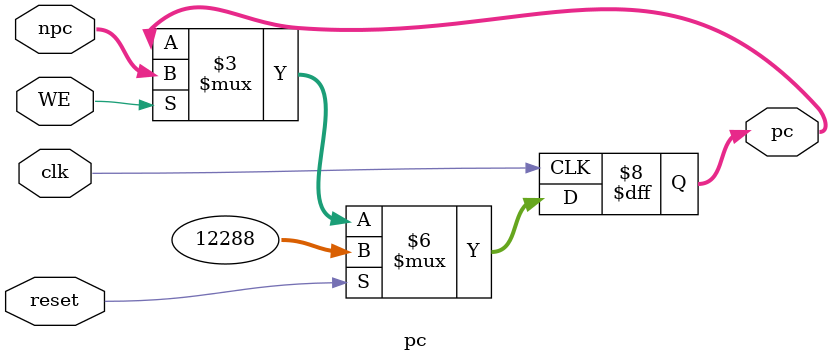
<source format=v>
module pc(
    input clk,
    input reset,
    input WE,
    input [31:0] npc,
    output reg [31:0] pc
);

    initial pc = 32'h0000_3000;

    always @(posedge clk) begin
        if(reset) begin
            pc <= 32'h0000_3000;
        end
        else if(WE) begin
            pc <= npc;
        end
    end

endmodule // pc
</source>
